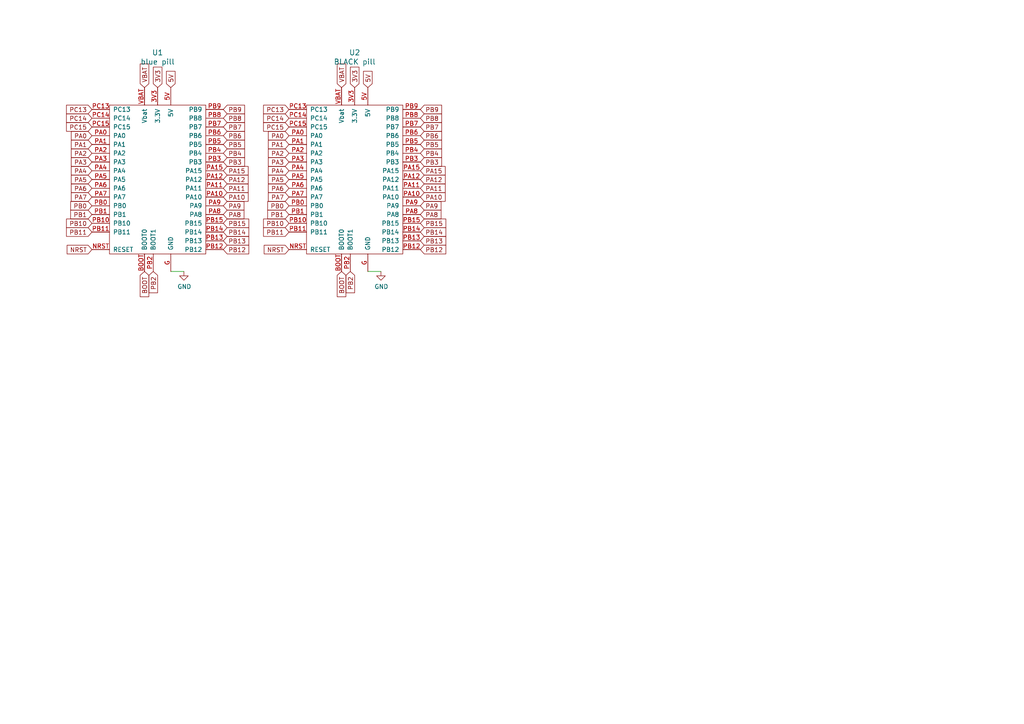
<source format=kicad_sch>
(kicad_sch (version 20230121) (generator eeschema)
  (paper "A4")
  (lib_symbols
    (symbol "bp:BP" (pin_names (offset 1.016))
      (property "Reference" "U" (at -12.7 22.86 0))
      (property "Value" "BP" (at 7.62 -24.13 0))
      (symbol "BP_0_1"
        (rectangle (start -13.97 21.59) (end 13.97 -21.59))
      )
      (symbol "BP_1_1"
        (pin power_out line (at 0 26.67 270) (length 5.08) (name "3.3V") (number "3V3"))
        (pin power_out line (at 3.81 26.67 270) (length 5.08) (name "5V") (number "5V"))
        (pin input line (at -3.81 -26.67 90) (length 5.08) (name "BOOT0") (number "BOOT"))
        (pin power_out line (at 3.81 -26.67 90) (length 5.08) (name "GND") (number "G"))
        (pin input line (at -19.05 -20.32 0) (length 5.08) (name "RESET") (number "NRST"))
        (pin bidirectional line (at -19.05 12.7 0) (length 5.08) (name "PA0") (number "PA0"))
        (pin bidirectional line (at -19.05 10.16 0) (length 5.08) (name "PA1") (number "PA1"))
        (pin bidirectional line (at 19.05 -5.08 180) (length 5.08) (name "PA10") (number "PA10"))
        (pin bidirectional line (at 19.05 -2.54 180) (length 5.08) (name "PA11") (number "PA11"))
        (pin bidirectional line (at 19.05 0 180) (length 5.08) (name "PA12") (number "PA12"))
        (pin bidirectional line (at 19.05 2.54 180) (length 5.08) (name "PA15") (number "PA15"))
        (pin bidirectional line (at -19.05 7.62 0) (length 5.08) (name "PA2") (number "PA2"))
        (pin bidirectional line (at -19.05 5.08 0) (length 5.08) (name "PA3") (number "PA3"))
        (pin bidirectional line (at -19.05 2.54 0) (length 5.08) (name "PA4") (number "PA4"))
        (pin bidirectional line (at -19.05 0 0) (length 5.08) (name "PA5") (number "PA5"))
        (pin bidirectional line (at -19.05 -2.54 0) (length 5.08) (name "PA6") (number "PA6"))
        (pin bidirectional line (at -19.05 -5.08 0) (length 5.08) (name "PA7") (number "PA7"))
        (pin bidirectional line (at 19.05 -10.16 180) (length 5.08) (name "PA8") (number "PA8"))
        (pin bidirectional line (at 19.05 -7.62 180) (length 5.08) (name "PA9") (number "PA9"))
        (pin bidirectional line (at -19.05 -7.62 0) (length 5.08) (name "PB0") (number "PB0"))
        (pin bidirectional line (at -19.05 -10.16 0) (length 5.08) (name "PB1") (number "PB1"))
        (pin bidirectional line (at -19.05 -12.7 0) (length 5.08) (name "PB10") (number "PB10"))
        (pin bidirectional line (at -19.05 -15.24 0) (length 5.08) (name "PB11") (number "PB11"))
        (pin bidirectional line (at 19.05 -20.32 180) (length 5.08) (name "PB12") (number "PB12"))
        (pin bidirectional line (at 19.05 -17.78 180) (length 5.08) (name "PB13") (number "PB13"))
        (pin bidirectional line (at 19.05 -15.24 180) (length 5.08) (name "PB14") (number "PB14"))
        (pin bidirectional line (at 19.05 -12.7 180) (length 5.08) (name "PB15") (number "PB15"))
        (pin input line (at -1.27 -26.67 90) (length 5.08) (name "BOOT1") (number "PB2"))
        (pin bidirectional line (at 19.05 5.08 180) (length 5.08) (name "PB3") (number "PB3"))
        (pin bidirectional line (at 19.05 7.62 180) (length 5.08) (name "PB4") (number "PB4"))
        (pin bidirectional line (at 19.05 10.16 180) (length 5.08) (name "PB5") (number "PB5"))
        (pin bidirectional line (at 19.05 12.7 180) (length 5.08) (name "PB6") (number "PB6"))
        (pin bidirectional line (at 19.05 15.24 180) (length 5.08) (name "PB7") (number "PB7"))
        (pin bidirectional line (at 19.05 17.78 180) (length 5.08) (name "PB8") (number "PB8"))
        (pin bidirectional line (at 19.05 20.32 180) (length 5.08) (name "PB9") (number "PB9"))
        (pin bidirectional line (at -19.05 20.32 0) (length 5.08) (name "PC13") (number "PC13"))
        (pin bidirectional line (at -19.05 17.78 0) (length 5.08) (name "PC14") (number "PC14"))
        (pin bidirectional line (at -19.05 15.24 0) (length 5.08) (name "PC15") (number "PC15"))
        (pin power_in line (at -3.81 26.67 270) (length 5.08) (name "Vbat") (number "VBAT"))
      )
    )
    (symbol "power:GND" (power) (pin_names (offset 0))
      (property "Value" "GND" (at 0 -3.81 0))
      (symbol "GND_0_1"
        (polyline (pts (xy 0 0) (xy 0 -1.27) (xy 1.27 -1.27) (xy 0 -2.54) (xy -1.27 -1.27) (xy 0 -1.27)))
      )
      (symbol "GND_1_1"
        (pin power_in line (at 0 0 270) (length 0) hide (name "GND") (number "1"))
      )
    )
  )
  (wire (pts (xy 49.53 78.74) (xy 53.34 78.74)))
  (wire (pts (xy 106.68 78.74) (xy 110.49 78.74)))
  (global_label "5V" (shape input) (at 106.68 25.4 90) (property "Intersheetrefs" "${INTERSHEET_REFS}" (effects hide)))
  (global_label "PB14" (shape input) (at 121.92 67.31 0) (property "Intersheetrefs" "${INTERSHEET_REFS}" (effects hide)))
  (global_label "PA9" (shape input) (at 121.92 59.69 0) (property "Intersheetrefs" "${INTERSHEET_REFS}" (effects hide)))
  (global_label "PB11" (shape input) (at 83.82 67.31 180) (property "Intersheetrefs" "${INTERSHEET_REFS}" (effects hide)))
  (global_label "PB5" (shape input) (at 121.92 41.91 0) (property "Intersheetrefs" "${INTERSHEET_REFS}" (effects hide)))
  (global_label "PA5" (shape input) (at 26.67 52.07 180) (property "Intersheetrefs" "${INTERSHEET_REFS}" (effects hide)))
  (global_label "PA4" (shape input) (at 83.82 49.53 180) (property "Intersheetrefs" "${INTERSHEET_REFS}" (effects hide)))
  (global_label "PB0" (shape input) (at 26.67 59.69 180) (property "Intersheetrefs" "${INTERSHEET_REFS}" (effects hide)))
  (global_label "PB2" (shape input) (at 44.45 78.74 270) (property "Intersheetrefs" "${INTERSHEET_REFS}" (effects hide)))
  (global_label "PB13" (shape input) (at 64.77 69.85 0) (property "Intersheetrefs" "${INTERSHEET_REFS}" (effects hide)))
  (global_label "VBAT" (shape input) (at 99.06 25.4 90) (property "Intersheetrefs" "${INTERSHEET_REFS}" (effects hide)))
  (global_label "PB8" (shape input) (at 121.92 34.29 0) (property "Intersheetrefs" "${INTERSHEET_REFS}" (effects hide)))
  (global_label "PB10" (shape input) (at 83.82 64.77 180) (property "Intersheetrefs" "${INTERSHEET_REFS}" (effects hide)))
  (global_label "PB1" (shape input) (at 26.67 62.23 180) (property "Intersheetrefs" "${INTERSHEET_REFS}" (effects hide)))
  (global_label "PB3" (shape input) (at 64.77 46.99 0) (property "Intersheetrefs" "${INTERSHEET_REFS}" (effects hide)))
  (global_label "PB10" (shape input) (at 26.67 64.77 180) (property "Intersheetrefs" "${INTERSHEET_REFS}" (effects hide)))
  (global_label "PC13" (shape input) (at 83.82 31.75 180) (property "Intersheetrefs" "${INTERSHEET_REFS}" (effects hide)))
  (global_label "PA8" (shape input) (at 64.77 62.23 0) (property "Intersheetrefs" "${INTERSHEET_REFS}" (effects hide)))
  (global_label "PB9" (shape input) (at 121.92 31.75 0) (property "Intersheetrefs" "${INTERSHEET_REFS}" (effects hide)))
  (global_label "PB4" (shape input) (at 121.92 44.45 0) (property "Intersheetrefs" "${INTERSHEET_REFS}" (effects hide)))
  (global_label "NRST" (shape input) (at 26.67 72.39 180) (property "Intersheetrefs" "${INTERSHEET_REFS}" (effects hide)))
  (global_label "5V" (shape input) (at 49.53 25.4 90) (property "Intersheetrefs" "${INTERSHEET_REFS}" (effects hide)))
  (global_label "PA2" (shape input) (at 83.82 44.45 180) (property "Intersheetrefs" "${INTERSHEET_REFS}" (effects hide)))
  (global_label "PB14" (shape input) (at 64.77 67.31 0) (property "Intersheetrefs" "${INTERSHEET_REFS}" (effects hide)))
  (global_label "PA15" (shape input) (at 64.77 49.53 0) (property "Intersheetrefs" "${INTERSHEET_REFS}" (effects hide)))
  (global_label "PB3" (shape input) (at 121.92 46.99 0) (property "Intersheetrefs" "${INTERSHEET_REFS}" (effects hide)))
  (global_label "PA9" (shape input) (at 64.77 59.69 0) (property "Intersheetrefs" "${INTERSHEET_REFS}" (effects hide)))
  (global_label "PB15" (shape input) (at 64.77 64.77 0) (property "Intersheetrefs" "${INTERSHEET_REFS}" (effects hide)))
  (global_label "PA6" (shape input) (at 26.67 54.61 180) (property "Intersheetrefs" "${INTERSHEET_REFS}" (effects hide)))
  (global_label "BOOT" (shape input) (at 41.91 78.74 270) (property "Intersheetrefs" "${INTERSHEET_REFS}" (effects hide)))
  (global_label "BOOT" (shape input) (at 99.06 78.74 270) (property "Intersheetrefs" "${INTERSHEET_REFS}" (effects hide)))
  (global_label "PC14" (shape input) (at 83.82 34.29 180) (property "Intersheetrefs" "${INTERSHEET_REFS}" (effects hide)))
  (global_label "PC15" (shape input) (at 26.67 36.83 180) (property "Intersheetrefs" "${INTERSHEET_REFS}" (effects hide)))
  (global_label "VBAT" (shape input) (at 41.91 25.4 90) (property "Intersheetrefs" "${INTERSHEET_REFS}" (effects hide)))
  (global_label "PB11" (shape input) (at 26.67 67.31 180) (property "Intersheetrefs" "${INTERSHEET_REFS}" (effects hide)))
  (global_label "PB15" (shape input) (at 121.92 64.77 0) (property "Intersheetrefs" "${INTERSHEET_REFS}" (effects hide)))
  (global_label "NRST" (shape input) (at 83.82 72.39 180) (property "Intersheetrefs" "${INTERSHEET_REFS}" (effects hide)))
  (global_label "3V3" (shape input) (at 45.72 25.4 90) (property "Intersheetrefs" "${INTERSHEET_REFS}" (effects hide)))
  (global_label "PA11" (shape input) (at 64.77 54.61 0) (property "Intersheetrefs" "${INTERSHEET_REFS}" (effects hide)))
  (global_label "PA3" (shape input) (at 83.82 46.99 180) (property "Intersheetrefs" "${INTERSHEET_REFS}" (effects hide)))
  (global_label "PB8" (shape input) (at 64.77 34.29 0) (property "Intersheetrefs" "${INTERSHEET_REFS}" (effects hide)))
  (global_label "PA10" (shape input) (at 121.92 57.15 0) (property "Intersheetrefs" "${INTERSHEET_REFS}" (effects hide)))
  (global_label "PC15" (shape input) (at 83.82 36.83 180) (property "Intersheetrefs" "${INTERSHEET_REFS}" (effects hide)))
  (global_label "PA7" (shape input) (at 83.82 57.15 180) (property "Intersheetrefs" "${INTERSHEET_REFS}" (effects hide)))
  (global_label "3V3" (shape input) (at 102.87 25.4 90) (property "Intersheetrefs" "${INTERSHEET_REFS}" (effects hide)))
  (global_label "PA12" (shape input) (at 121.92 52.07 0) (property "Intersheetrefs" "${INTERSHEET_REFS}" (effects hide)))
  (global_label "PA10" (shape input) (at 64.77 57.15 0) (property "Intersheetrefs" "${INTERSHEET_REFS}" (effects hide)))
  (global_label "PB12" (shape input) (at 64.77 72.39 0) (property "Intersheetrefs" "${INTERSHEET_REFS}" (effects hide)))
  (global_label "PA5" (shape input) (at 83.82 52.07 180) (property "Intersheetrefs" "${INTERSHEET_REFS}" (effects hide)))
  (global_label "PB7" (shape input) (at 121.92 36.83 0) (property "Intersheetrefs" "${INTERSHEET_REFS}" (effects hide)))
  (global_label "PA11" (shape input) (at 121.92 54.61 0) (property "Intersheetrefs" "${INTERSHEET_REFS}" (effects hide)))
  (global_label "PA0" (shape input) (at 83.82 39.37 180) (property "Intersheetrefs" "${INTERSHEET_REFS}" (effects hide)))
  (global_label "PA12" (shape input) (at 64.77 52.07 0) (property "Intersheetrefs" "${INTERSHEET_REFS}" (effects hide)))
  (global_label "PB1" (shape input) (at 83.82 62.23 180) (property "Intersheetrefs" "${INTERSHEET_REFS}" (effects hide)))
  (global_label "PA3" (shape input) (at 26.67 46.99 180) (property "Intersheetrefs" "${INTERSHEET_REFS}" (effects hide)))
  (global_label "PA4" (shape input) (at 26.67 49.53 180) (property "Intersheetrefs" "${INTERSHEET_REFS}" (effects hide)))
  (global_label "PB9" (shape input) (at 64.77 31.75 0) (property "Intersheetrefs" "${INTERSHEET_REFS}" (effects hide)))
  (global_label "PB5" (shape input) (at 64.77 41.91 0) (property "Intersheetrefs" "${INTERSHEET_REFS}" (effects hide)))
  (global_label "PA0" (shape input) (at 26.67 39.37 180) (property "Intersheetrefs" "${INTERSHEET_REFS}" (effects hide)))
  (global_label "PB6" (shape input) (at 121.92 39.37 0) (property "Intersheetrefs" "${INTERSHEET_REFS}" (effects hide)))
  (global_label "PB12" (shape input) (at 121.92 72.39 0) (property "Intersheetrefs" "${INTERSHEET_REFS}" (effects hide)))
  (global_label "PC13" (shape input) (at 26.67 31.75 180) (property "Intersheetrefs" "${INTERSHEET_REFS}" (effects hide)))
  (global_label "PA7" (shape input) (at 26.67 57.15 180) (property "Intersheetrefs" "${INTERSHEET_REFS}" (effects hide)))
  (global_label "PB0" (shape input) (at 83.82 59.69 180) (property "Intersheetrefs" "${INTERSHEET_REFS}" (effects hide)))
  (global_label "PC14" (shape input) (at 26.67 34.29 180) (property "Intersheetrefs" "${INTERSHEET_REFS}" (effects hide)))
  (global_label "PB4" (shape input) (at 64.77 44.45 0) (property "Intersheetrefs" "${INTERSHEET_REFS}" (effects hide)))
  (global_label "PA1" (shape input) (at 26.67 41.91 180) (property "Intersheetrefs" "${INTERSHEET_REFS}" (effects hide)))
  (global_label "PB2" (shape input) (at 101.6 78.74 270) (property "Intersheetrefs" "${INTERSHEET_REFS}" (effects hide)))
  (global_label "PA1" (shape input) (at 83.82 41.91 180) (property "Intersheetrefs" "${INTERSHEET_REFS}" (effects hide)))
  (global_label "PB7" (shape input) (at 64.77 36.83 0) (property "Intersheetrefs" "${INTERSHEET_REFS}" (effects hide)))
  (global_label "PB13" (shape input) (at 121.92 69.85 0) (property "Intersheetrefs" "${INTERSHEET_REFS}" (effects hide)))
  (global_label "PA2" (shape input) (at 26.67 44.45 180) (property "Intersheetrefs" "${INTERSHEET_REFS}" (effects hide)))
  (global_label "PA6" (shape input) (at 83.82 54.61 180) (property "Intersheetrefs" "${INTERSHEET_REFS}" (effects hide)))
  (global_label "PA15" (shape input) (at 121.92 49.53 0) (property "Intersheetrefs" "${INTERSHEET_REFS}" (effects hide)))
  (global_label "PA8" (shape input) (at 121.92 62.23 0) (property "Intersheetrefs" "${INTERSHEET_REFS}" (effects hide)))
  (global_label "PB6" (shape input) (at 64.77 39.37 0) (property "Intersheetrefs" "${INTERSHEET_REFS}" (effects hide)))
  (symbol (lib_id "bp:BP") (at 45.72 52.07 0) (unit 1)
    (property "Reference" "U1" (at 45.72 15.24 0) (effects (font (size 1.524 1.524))))
    (property "Value" "blue pill" (at 45.72 17.9324 0) (effects (font (size 1.524 1.524))))
    (property "Footprint" "blue-pill-kicad:bluepill" (effects hide))
    (property "Datasheet" "https://www.electronicshub.org/getting-started-with-stm32f103c8t6-blue-pill/" (effects hide))
  )
  (symbol (lib_id "power:GND") (at 53.34 78.74 0) (unit 1)
    (property "Reference" "#PWR0101" (effects hide))
    (property "Value" "GND" (at 53.467 83.1342 0))
  )
  (symbol (lib_id "bp:BP") (at 102.87 52.07 0) (unit 1)
    (property "Reference" "U2" (at 102.87 15.24 0) (effects (font (size 1.524 1.524))))
    (property "Value" "BLACK pill" (at 102.87 17.9324 0) (effects (font (size 1.524 1.524))))
    (property "Footprint" "blue-pill-kicad:BLACK_pill" (effects hide))
    (property "Datasheet" "https://www.electronicshub.org/getting-started-with-stm32f103c8t6-blue-pill/" (effects hide))
  )
  (symbol (lib_id "power:GND") (at 110.49 78.74 0) (unit 1)
    (property "Reference" "#PWR0102" (effects hide))
    (property "Value" "GND" (at 110.617 83.1342 0))
  )
)
</source>
